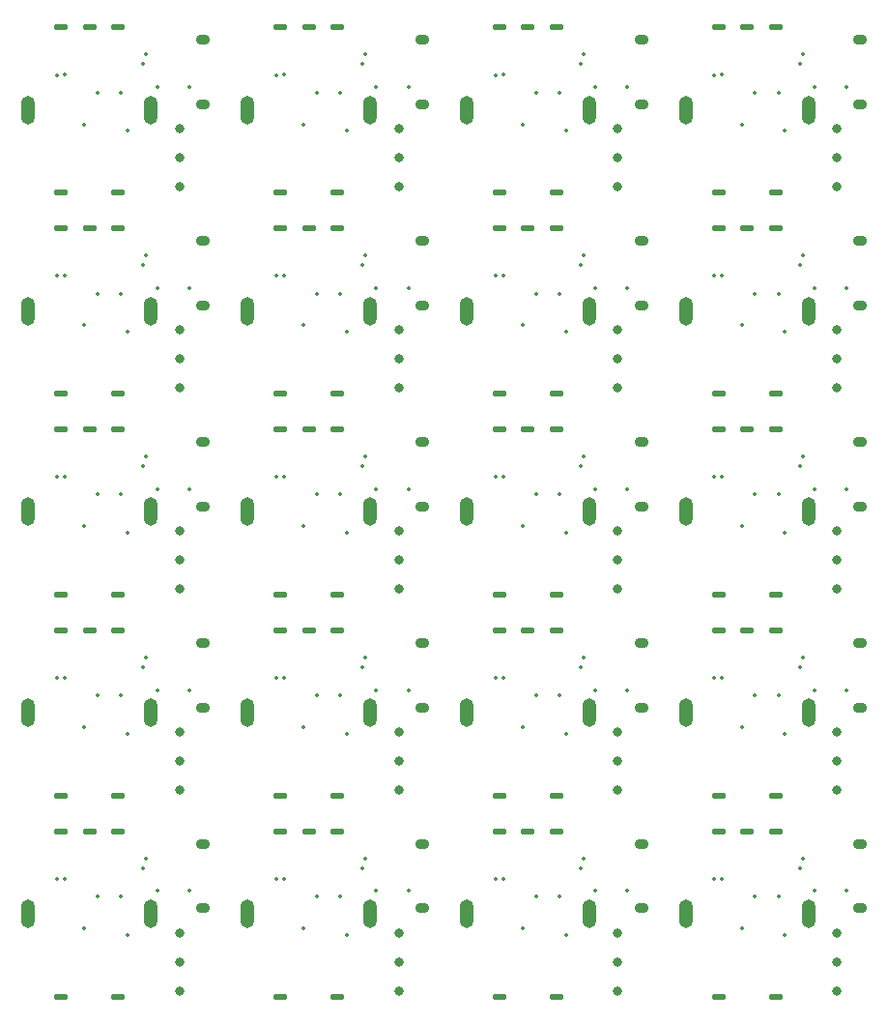
<source format=gbr>
%TF.GenerationSoftware,Altium Limited,Altium Designer,20.1.8 (145)*%
G04 Layer_Color=0*
%FSLAX45Y45*%
%MOMM*%
%TF.SameCoordinates,0AB19B83-9B04-4470-A1CB-4E81E99A1085*%
%TF.FilePolarity,Positive*%
%TF.FileFunction,Plated,1,2,PTH,Drill*%
%TF.Part,CustomerPanel*%
G01*
G75*
%TA.AperFunction,ComponentDrill*%
%ADD421O,1.20000X0.90000*%
%ADD422C,0.80000*%
%ADD423O,1.25000X0.50000*%
%ADD424O,1.25000X2.50000*%
%TA.AperFunction,ViaDrill,NotFilled*%
%ADD425C,0.35000*%
D421*
X2848480Y1549000D02*
D03*
Y2115000D02*
D03*
X4768480Y1549000D02*
D03*
Y2115000D02*
D03*
X6688480Y1549000D02*
D03*
Y2115000D02*
D03*
X8608480Y1549000D02*
D03*
Y2115000D02*
D03*
X2848480Y3309000D02*
D03*
Y3875000D02*
D03*
X4768480Y3309000D02*
D03*
Y3875000D02*
D03*
X6688480Y3309000D02*
D03*
Y3875000D02*
D03*
X8608480Y3309000D02*
D03*
Y3875000D02*
D03*
X2848480Y5069000D02*
D03*
Y5635000D02*
D03*
X4768480Y5069000D02*
D03*
Y5635000D02*
D03*
X6688480Y5069000D02*
D03*
Y5635000D02*
D03*
X8608480Y5069000D02*
D03*
Y5635000D02*
D03*
X2848480Y6829000D02*
D03*
Y7395000D02*
D03*
X4768480Y6829000D02*
D03*
Y7395000D02*
D03*
X6688480Y6829000D02*
D03*
Y7395000D02*
D03*
X8608480Y6829000D02*
D03*
Y7395000D02*
D03*
X2848480Y8589000D02*
D03*
Y9155000D02*
D03*
X4768480Y8589000D02*
D03*
Y9155000D02*
D03*
X6688480Y8589000D02*
D03*
Y9155000D02*
D03*
X8608480Y8589000D02*
D03*
Y9155000D02*
D03*
D422*
X2644000Y1081000D02*
D03*
Y1335000D02*
D03*
Y827000D02*
D03*
X4564000Y1081000D02*
D03*
Y1335000D02*
D03*
Y827000D02*
D03*
X6484000Y1081000D02*
D03*
Y1335000D02*
D03*
Y827000D02*
D03*
X8404000Y1081000D02*
D03*
Y1335000D02*
D03*
Y827000D02*
D03*
X2644000Y2841000D02*
D03*
Y3095000D02*
D03*
Y2587000D02*
D03*
X4564000Y2841000D02*
D03*
Y3095000D02*
D03*
Y2587000D02*
D03*
X6484000Y2841000D02*
D03*
Y3095000D02*
D03*
Y2587000D02*
D03*
X8404000Y2841000D02*
D03*
Y3095000D02*
D03*
Y2587000D02*
D03*
X2644000Y4601000D02*
D03*
Y4855000D02*
D03*
Y4347000D02*
D03*
X4564000Y4601000D02*
D03*
Y4855000D02*
D03*
Y4347000D02*
D03*
X6484000Y4601000D02*
D03*
Y4855000D02*
D03*
Y4347000D02*
D03*
X8404000Y4601000D02*
D03*
Y4855000D02*
D03*
Y4347000D02*
D03*
X2644000Y6361000D02*
D03*
Y6615000D02*
D03*
Y6107000D02*
D03*
X4564000Y6361000D02*
D03*
Y6615000D02*
D03*
Y6107000D02*
D03*
X6484000Y6361000D02*
D03*
Y6615000D02*
D03*
Y6107000D02*
D03*
X8404000Y6361000D02*
D03*
Y6615000D02*
D03*
Y6107000D02*
D03*
X2644000Y8121000D02*
D03*
Y8375000D02*
D03*
Y7867000D02*
D03*
X4564000Y8121000D02*
D03*
Y8375000D02*
D03*
Y7867000D02*
D03*
X6484000Y8121000D02*
D03*
Y8375000D02*
D03*
Y7867000D02*
D03*
X8404000Y8121000D02*
D03*
Y8375000D02*
D03*
Y7867000D02*
D03*
D423*
X1605420Y775500D02*
D03*
X2105420D02*
D03*
X1855420Y2225500D02*
D03*
X1605420D02*
D03*
X2105420D02*
D03*
X3525420Y775500D02*
D03*
X4025420D02*
D03*
X3775420Y2225500D02*
D03*
X3525420D02*
D03*
X4025420D02*
D03*
X5445420Y775500D02*
D03*
X5945420D02*
D03*
X5695420Y2225500D02*
D03*
X5445420D02*
D03*
X5945420D02*
D03*
X7365420Y775500D02*
D03*
X7865420D02*
D03*
X7615420Y2225500D02*
D03*
X7365420D02*
D03*
X7865420D02*
D03*
X1605420Y2535500D02*
D03*
X2105420D02*
D03*
X1855420Y3985500D02*
D03*
X1605420D02*
D03*
X2105420D02*
D03*
X3525420Y2535500D02*
D03*
X4025420D02*
D03*
X3775420Y3985500D02*
D03*
X3525420D02*
D03*
X4025420D02*
D03*
X5445420Y2535500D02*
D03*
X5945420D02*
D03*
X5695420Y3985500D02*
D03*
X5445420D02*
D03*
X5945420D02*
D03*
X7365420Y2535500D02*
D03*
X7865420D02*
D03*
X7615420Y3985500D02*
D03*
X7365420D02*
D03*
X7865420D02*
D03*
X1605420Y4295500D02*
D03*
X2105420D02*
D03*
X1855420Y5745500D02*
D03*
X1605420D02*
D03*
X2105420D02*
D03*
X3525420Y4295500D02*
D03*
X4025420D02*
D03*
X3775420Y5745500D02*
D03*
X3525420D02*
D03*
X4025420D02*
D03*
X5445420Y4295500D02*
D03*
X5945420D02*
D03*
X5695420Y5745500D02*
D03*
X5445420D02*
D03*
X5945420D02*
D03*
X7365420Y4295500D02*
D03*
X7865420D02*
D03*
X7615420Y5745500D02*
D03*
X7365420D02*
D03*
X7865420D02*
D03*
X1605420Y6055500D02*
D03*
X2105420D02*
D03*
X1855420Y7505500D02*
D03*
X1605420D02*
D03*
X2105420D02*
D03*
X3525420Y6055500D02*
D03*
X4025420D02*
D03*
X3775420Y7505500D02*
D03*
X3525420D02*
D03*
X4025420D02*
D03*
X5445420Y6055500D02*
D03*
X5945420D02*
D03*
X5695420Y7505500D02*
D03*
X5445420D02*
D03*
X5945420D02*
D03*
X7365420Y6055500D02*
D03*
X7865420D02*
D03*
X7615420Y7505500D02*
D03*
X7365420D02*
D03*
X7865420D02*
D03*
X1605420Y7815500D02*
D03*
X2105420D02*
D03*
X1855420Y9265500D02*
D03*
X1605420D02*
D03*
X2105420D02*
D03*
X3525420Y7815500D02*
D03*
X4025420D02*
D03*
X3775420Y9265500D02*
D03*
X3525420D02*
D03*
X4025420D02*
D03*
X5445420Y7815500D02*
D03*
X5945420D02*
D03*
X5695420Y9265500D02*
D03*
X5445420D02*
D03*
X5945420D02*
D03*
X7365420Y7815500D02*
D03*
X7865420D02*
D03*
X7615420Y9265500D02*
D03*
X7365420D02*
D03*
X7865420D02*
D03*
D424*
X1317920Y1500500D02*
D03*
X2392920D02*
D03*
X3237920D02*
D03*
X4312920D02*
D03*
X5157920D02*
D03*
X6232920D02*
D03*
X7077920D02*
D03*
X8152920D02*
D03*
X1317920Y3260500D02*
D03*
X2392920D02*
D03*
X3237920D02*
D03*
X4312920D02*
D03*
X5157920D02*
D03*
X6232920D02*
D03*
X7077920D02*
D03*
X8152920D02*
D03*
X1317920Y5020500D02*
D03*
X2392920D02*
D03*
X3237920D02*
D03*
X4312920D02*
D03*
X5157920D02*
D03*
X6232920D02*
D03*
X7077920D02*
D03*
X8152920D02*
D03*
X1317920Y6780500D02*
D03*
X2392920D02*
D03*
X3237920D02*
D03*
X4312920D02*
D03*
X5157920D02*
D03*
X6232920D02*
D03*
X7077920D02*
D03*
X8152920D02*
D03*
X1317920Y8540500D02*
D03*
X2392920D02*
D03*
X3237920D02*
D03*
X4312920D02*
D03*
X5157920D02*
D03*
X6232920D02*
D03*
X7077920D02*
D03*
X8152920D02*
D03*
D425*
X1570420Y1806660D02*
D03*
X1637450Y1808455D02*
D03*
X1926464Y1653300D02*
D03*
X1808945Y1374127D02*
D03*
X2187639Y1316876D02*
D03*
X2130500Y1653300D02*
D03*
X2322209Y1902080D02*
D03*
X2347208Y1987000D02*
D03*
X2727708Y1702000D02*
D03*
X2446843D02*
D03*
X3490420Y1806660D02*
D03*
X3557450Y1808455D02*
D03*
X3846464Y1653300D02*
D03*
X3728945Y1374127D02*
D03*
X4107639Y1316876D02*
D03*
X4050500Y1653300D02*
D03*
X4242209Y1902080D02*
D03*
X4267208Y1987000D02*
D03*
X4647708Y1702000D02*
D03*
X4366843D02*
D03*
X5410420Y1806660D02*
D03*
X5477450Y1808455D02*
D03*
X5766464Y1653300D02*
D03*
X5648945Y1374127D02*
D03*
X6027639Y1316876D02*
D03*
X5970500Y1653300D02*
D03*
X6162209Y1902080D02*
D03*
X6187208Y1987000D02*
D03*
X6567708Y1702000D02*
D03*
X6286843D02*
D03*
X7330420Y1806660D02*
D03*
X7397450Y1808455D02*
D03*
X7686464Y1653300D02*
D03*
X7568945Y1374127D02*
D03*
X7947639Y1316876D02*
D03*
X7890500Y1653300D02*
D03*
X8082209Y1902080D02*
D03*
X8107208Y1987000D02*
D03*
X8487708Y1702000D02*
D03*
X8206843D02*
D03*
X1570420Y3566660D02*
D03*
X1637450Y3568455D02*
D03*
X1926464Y3413300D02*
D03*
X1808945Y3134127D02*
D03*
X2187639Y3076876D02*
D03*
X2130500Y3413300D02*
D03*
X2322209Y3662080D02*
D03*
X2347208Y3747000D02*
D03*
X2727708Y3462000D02*
D03*
X2446843D02*
D03*
X3490420Y3566660D02*
D03*
X3557450Y3568455D02*
D03*
X3846464Y3413300D02*
D03*
X3728945Y3134127D02*
D03*
X4107639Y3076876D02*
D03*
X4050500Y3413300D02*
D03*
X4242209Y3662080D02*
D03*
X4267208Y3747000D02*
D03*
X4647708Y3462000D02*
D03*
X4366843D02*
D03*
X5410420Y3566660D02*
D03*
X5477450Y3568455D02*
D03*
X5766464Y3413300D02*
D03*
X5648945Y3134127D02*
D03*
X6027639Y3076876D02*
D03*
X5970500Y3413300D02*
D03*
X6162209Y3662080D02*
D03*
X6187208Y3747000D02*
D03*
X6567708Y3462000D02*
D03*
X6286843D02*
D03*
X7330420Y3566660D02*
D03*
X7397450Y3568455D02*
D03*
X7686464Y3413300D02*
D03*
X7568945Y3134127D02*
D03*
X7947639Y3076876D02*
D03*
X7890500Y3413300D02*
D03*
X8082209Y3662080D02*
D03*
X8107208Y3747000D02*
D03*
X8487708Y3462000D02*
D03*
X8206843D02*
D03*
X1570420Y5326660D02*
D03*
X1637450Y5328455D02*
D03*
X1926464Y5173300D02*
D03*
X1808945Y4894127D02*
D03*
X2187639Y4836876D02*
D03*
X2130500Y5173300D02*
D03*
X2322209Y5422080D02*
D03*
X2347208Y5507000D02*
D03*
X2727708Y5222000D02*
D03*
X2446843D02*
D03*
X3490420Y5326660D02*
D03*
X3557450Y5328455D02*
D03*
X3846464Y5173300D02*
D03*
X3728945Y4894127D02*
D03*
X4107639Y4836876D02*
D03*
X4050500Y5173300D02*
D03*
X4242209Y5422080D02*
D03*
X4267208Y5507000D02*
D03*
X4647708Y5222000D02*
D03*
X4366843D02*
D03*
X5410420Y5326660D02*
D03*
X5477450Y5328455D02*
D03*
X5766464Y5173300D02*
D03*
X5648945Y4894127D02*
D03*
X6027639Y4836876D02*
D03*
X5970500Y5173300D02*
D03*
X6162209Y5422080D02*
D03*
X6187208Y5507000D02*
D03*
X6567708Y5222000D02*
D03*
X6286843D02*
D03*
X7330420Y5326660D02*
D03*
X7397450Y5328455D02*
D03*
X7686464Y5173300D02*
D03*
X7568945Y4894127D02*
D03*
X7947639Y4836876D02*
D03*
X7890500Y5173300D02*
D03*
X8082209Y5422080D02*
D03*
X8107208Y5507000D02*
D03*
X8487708Y5222000D02*
D03*
X8206843D02*
D03*
X1570420Y7086660D02*
D03*
X1637450Y7088455D02*
D03*
X1926464Y6933300D02*
D03*
X1808945Y6654127D02*
D03*
X2187639Y6596876D02*
D03*
X2130500Y6933300D02*
D03*
X2322209Y7182080D02*
D03*
X2347208Y7267000D02*
D03*
X2727708Y6982000D02*
D03*
X2446843D02*
D03*
X3490420Y7086660D02*
D03*
X3557450Y7088455D02*
D03*
X3846464Y6933300D02*
D03*
X3728945Y6654127D02*
D03*
X4107639Y6596876D02*
D03*
X4050500Y6933300D02*
D03*
X4242209Y7182080D02*
D03*
X4267208Y7267000D02*
D03*
X4647708Y6982000D02*
D03*
X4366843D02*
D03*
X5410420Y7086660D02*
D03*
X5477450Y7088455D02*
D03*
X5766464Y6933300D02*
D03*
X5648945Y6654127D02*
D03*
X6027639Y6596876D02*
D03*
X5970500Y6933300D02*
D03*
X6162209Y7182080D02*
D03*
X6187208Y7267000D02*
D03*
X6567708Y6982000D02*
D03*
X6286843D02*
D03*
X7330420Y7086660D02*
D03*
X7397450Y7088455D02*
D03*
X7686464Y6933300D02*
D03*
X7568945Y6654127D02*
D03*
X7947639Y6596876D02*
D03*
X7890500Y6933300D02*
D03*
X8082209Y7182080D02*
D03*
X8107208Y7267000D02*
D03*
X8487708Y6982000D02*
D03*
X8206843D02*
D03*
X1570420Y8846660D02*
D03*
X1637450Y8848455D02*
D03*
X1926464Y8693300D02*
D03*
X1808945Y8414127D02*
D03*
X2187639Y8356876D02*
D03*
X2130500Y8693300D02*
D03*
X2322209Y8942080D02*
D03*
X2347208Y9027000D02*
D03*
X2727708Y8742000D02*
D03*
X2446843D02*
D03*
X3490420Y8846660D02*
D03*
X3557450Y8848455D02*
D03*
X3846464Y8693300D02*
D03*
X3728945Y8414127D02*
D03*
X4107639Y8356876D02*
D03*
X4050500Y8693300D02*
D03*
X4242209Y8942080D02*
D03*
X4267208Y9027000D02*
D03*
X4647708Y8742000D02*
D03*
X4366843D02*
D03*
X5410420Y8846660D02*
D03*
X5477450Y8848455D02*
D03*
X5766464Y8693300D02*
D03*
X5648945Y8414127D02*
D03*
X6027639Y8356876D02*
D03*
X5970500Y8693300D02*
D03*
X6162209Y8942080D02*
D03*
X6187208Y9027000D02*
D03*
X6567708Y8742000D02*
D03*
X6286843D02*
D03*
X7330420Y8846660D02*
D03*
X7397450Y8848455D02*
D03*
X7686464Y8693300D02*
D03*
X7568945Y8414127D02*
D03*
X7947639Y8356876D02*
D03*
X7890500Y8693300D02*
D03*
X8082209Y8942080D02*
D03*
X8107208Y9027000D02*
D03*
X8487708Y8742000D02*
D03*
X8206843D02*
D03*
%TF.MD5,d7730275f3cef1d8b2b1f63b15a96d90*%
M02*

</source>
